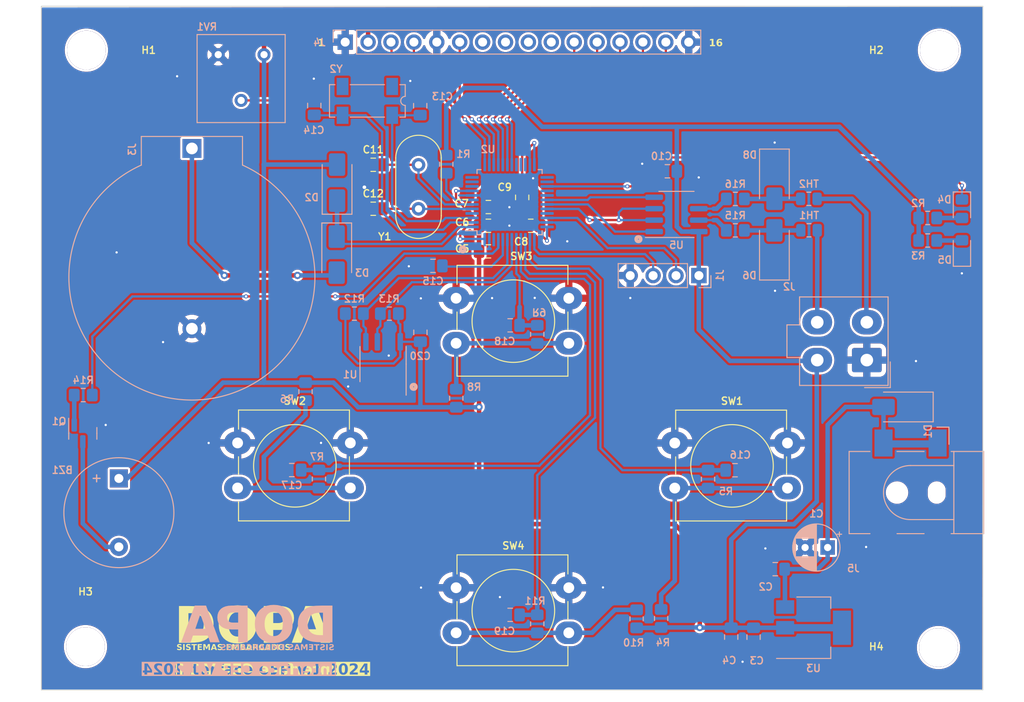
<source format=kicad_pcb>
(kicad_pcb (version 20221018) (generator pcbnew)
  (layers (0 "F.Cu" signal) (31 "B.Cu" signal) (34 "B.Paste" user) (35 "F.Paste" user) (36 "B.SilkS" user "B.Silkscreen") (37 "F.SilkS" user "F.Silkscreen") (38 "B.Mask" user) (39 "F.Mask" user) (44 "Edge.Cuts" user))
  (net 0 "")
  (net 1 "VDD")
  (net 2 "Net-(BZ1-+)")
  (net 3 "Net-(D1-A2)")
  (net 4 "GND")
  (net 5 "OSC1")
  (net 6 "OSC2")
  (net 7 "RTC1")
  (net 8 "RTC2")
  (net 9 "Net-(U2-BOOT0)")
  (net 10 "TCF")
  (net 11 "TVL")
  (net 12 "TCM")
  (net 13 "TBX")
  (net 14 "VBAT")
  (net 15 "Net-(D3-A)")
  (net 16 "/Mcu/LED_ON")
  (net 17 "Net-(D4-A)")
  (net 18 "Net-(D5-A)")
  (net 19 "Net-(D6-A2)")
  (net 20 "Net-(D8-A2)")
  (net 21 "/Mcu/SWDIO")
  (net 22 "/Mcu/SWCLK")
  (net 23 "Net-(J2-Pin_2)")
  (net 24 "Net-(J2-Pin_4)")
  (net 25 "/Mcu/V0")
  (net 26 "/Mcu/RS")
  (net 27 "/Mcu/EN")
  (net 32 "/Mcu/D4")
  (net 33 "/Mcu/D5")
  (net 34 "/Mcu/D6")
  (net 35 "/Mcu/D7")
  (net 36 "/Mcu/BLT")
  (net 37 "Net-(Q1-B)")
  (net 38 "/Mcu/NRST")
  (net 39 "Net-(R4-Pad2)")
  (net 40 "Net-(R6-Pad2)")
  (net 41 "Net-(R8-Pad2)")
  (net 42 "Net-(R10-Pad2)")
  (net 43 "SDA")
  (net 44 "SCL")
  (net 45 "/Mcu/BZ1")
  (net 46 "Net-(U5-B)")
  (net 47 "Net-(U5-A)")
  (net 59 "TX")
  (net 60 "RX")
  (net 61 "RSIO")
  (footprint "Capacitor_SMD:C_0805_2012Metric_Pad1.18x1.45mm_HandSolder" (layer "F.Cu") (at 150.03 83.142111 90)
    (fp_text reference "C9")
    (fp_text value "100nF")
  )
  (footprint "Capacitor_SMD:C_0805_2012Metric_Pad1.18x1.45mm_HandSolder" (layer "F.Cu") (at 133.51 79.522111)
    (fp_text reference "C11")
    (fp_text value "12pF")
  )
  (footprint "Capacitor_SMD:C_0805_2012Metric_Pad1.18x1.45mm_HandSolder" (layer "F.Cu") (at 146.28 86.292111 180)
    (fp_text reference "C6")
    (fp_text value "100nF")
  )
  (footprint "Capacitor_SMD:C_0805_2012Metric_Pad1.18x1.45mm_HandSolder" (layer "F.Cu") (at 146.28 89.132111 180)
    (fp_text reference "C5")
    (fp_text value "10uF")
  )
  (footprint "MountingHole:MountingHole_4.3mm_M4" (layer "F.Cu") (at 196.2 133)
    (fp_text reference "H4")
    (fp_text value "MountingHole_4.3mm_M4")
  )
  (footprint "Button_Switch_THT:SW_PUSH-12mm_Wuerth-430476085716" (layer "F.Cu") (at 142.7 126.462111)
    (fp_text reference "SW4")
    (fp_text value "TBX")
  )
  (footprint "MountingHole:MountingHole_4.3mm_M4" (layer "F.Cu") (at 101.6 133)
    (fp_text reference "H3")
    (fp_text value "MountingHole_4.3mm_M4")
  )
  (footprint "Button_Switch_THT:SW_PUSH-12mm_Wuerth-430476085716" (layer "F.Cu") (at 166.95 110.402111)
    (fp_text reference "SW1")
    (fp_text value "TCF")
  )
  (footprint "Capacitor_SMD:C_0805_2012Metric_Pad1.18x1.45mm_HandSolder" (layer "F.Cu") (at 146.28 84.212111 180)
    (fp_text reference "C7")
    (fp_text value "100nF")
  )
  (footprint "MountingHole:MountingHole_4.3mm_M4" (layer "F.Cu") (at 196.2 66.8)
    (fp_text reference "H2")
    (fp_text value "MountingHole_4.3mm_M4")
  )
  (footprint "Button_Switch_THT:SW_PUSH-12mm_Wuerth-430476085716" (layer "F.Cu") (at 118.47 110.392111)
    (fp_text reference "SW2")
    (fp_text value "TVL")
  )
  (footprint "Capacitor_SMD:C_0805_2012Metric_Pad1.18x1.45mm_HandSolder" (layer "F.Cu") (at 150.98 86.292111)
    (fp_text reference "C8")
    (fp_text value "100nF")
  )
  (footprint "MountingHole:MountingHole_4.3mm_M4" (layer "F.Cu") (at 101.6 66.8)
    (fp_text reference "H1")
    (fp_text value "MountingHole_4.3mm_M4")
  )
  (footprint "Crystal:Crystal_HC49-4H_Vertical" (layer "F.Cu") (at 138.53 79.532111 -90)
    (fp_text reference "Y1")
    (fp_text value "25Mhz")
  )
  (footprint "Button_Switch_THT:SW_PUSH-12mm_Wuerth-430476085716" (layer "F.Cu") (at 142.7 94.332111)
    (fp_text reference "SW3")
    (fp_text value "TCM")
  )
  (footprint "Capacitor_SMD:C_0805_2012Metric_Pad1.18x1.45mm_HandSolder" (layer "F.Cu") (at 133.51 84.402111)
    (fp_text reference "C12")
    (fp_text value "12pF")
  )
  (footprint "Resistor_SMD:R_0805_2012Metric_Pad1.20x1.40mm_HandSolder" (layer "B.Cu") (at 141.61 79.462111 90)
    (fp_text reference "R1")
    (fp_text value "10k")
  )
  (footprint "Resistor_SMD:R_0805_2012Metric_Pad1.20x1.40mm_HandSolder" (layer "B.Cu") (at 101.35 105.082111 180)
    (fp_text reference "R14")
    (fp_text value "470R")
  )
  (footprint "Package_TO_SOT_SMD:SOT-23" (layer "B.Cu") (at 101.3 109.332111 -90)
    (fp_text reference "Q1")
    (fp_text value "BC817")
  )
  (footprint "Crystal:Crystal_SMD_SeikoEpson_MC306-4Pin_8.0x3.2mm" (layer "B.Cu") (at 132.86 72.432111 180)
    (fp_text reference "Y2")
    (fp_text value "32khz")
  )
  (footprint "Resistor_SMD:R_0805_2012Metric_Pad1.20x1.40mm_HandSolder" (layer "B.Cu") (at 195 87.925)
    (fp_text reference "R3")
    (fp_text value "470R")
  )
  (footprint "Resistor_SMD:R_0805_2012Metric_Pad1.20x1.40mm_HandSolder" (layer "B.Cu") (at 135.3 96.042111)
    (fp_text reference "R13")
    (fp_text value "4k7")
  )
  (footprint "Diode_SMD:D_SMA" (layer "B.Cu") (at 178 81.292111 -90)
    (fp_text reference "D8")
    (fp_text value "SMAJ6.0CA")
  )
  (footprint "Resistor_SMD:R_0805_2012Metric_Pad1.20x1.40mm_HandSolder" (layer "B.Cu") (at 165.44 129.872111 90)
    (fp_text reference "R4")
    (fp_text value "10k")
  )
  (footprint "Capacitor_SMD:C_0805_2012Metric_Pad1.18x1.45mm_HandSolder" (layer "B.Cu") (at 173.63 113.422111 180)
    (fp_text reference "C16")
    (fp_text value "100nF")
  )
  (footprint "Package_QFP:LQFP-48_7x7mm_P0.5mm" (layer "B.Cu") (at 148.63 83.670388)
    (fp_text reference "U2")
    (fp_text value "STM32F103C8Tx")
  )
  (footprint "Capacitor_SMD:C_0805_2012Metric_Pad1.18x1.45mm_HandSolder" (layer "B.Cu") (at 126.97 72.952111 -90)
    (fp_text reference "C14")
    (fp_text value "4.3pF")
  )
  (footprint "Resistor_SMD:R_0805_2012Metric" (layer "B.Cu") (at 181.84 86.792111 180)
    (fp_text reference "TH1")
    (fp_text value "Thermistor_PTC")
  )
  (footprint "Capacitor_SMD:C_0805_2012Metric_Pad1.18x1.45mm_HandSolder" (layer "B.Cu") (at 148.7 129.472111)
    (fp_text reference "C19")
    (fp_text value "100nF")
  )
  (footprint "Potentiometer_THT:Potentiometer_Bourns_3386F_Vertical" (layer "B.Cu") (at 121.4 67.3 -90)
    (fp_text reference "RV1")
    (fp_text value "R_Potentiometer")
  )
  (footprint "Diode_SMD:D_SMA" (layer "B.Cu") (at 178 88.802111 90)
    (fp_text reference "D6")
    (fp_text value "SMAJ6.0CA")
  )
  (footprint "Connector_PinHeader_2.54mm:PinHeader_1x16_P2.54mm_Vertical" (layer "B.Cu") (at 130.4 65.907888 -90)
    (fp_text reference "J4")
    (fp_text value "Conn_01x16")
  )
  (footprint "Capacitor_SMD:C_0805_2012Metric_Pad1.18x1.45mm_HandSolder" (layer "B.Cu") (at 124.48 113.402111)
    (fp_text reference "C17")
    (fp_text value "100nF")
  )
  (footprint "Resistor_SMD:R_0805_2012Metric_Pad1.20x1.40mm_HandSolder" (layer "B.Cu") (at 173.67 83.312111 180)
    (fp_text reference "R16")
    (fp_text value "10R")
  )
  (footprint "Resistor_SMD:R_0805_2012Metric_Pad1.20x1.40mm_HandSolder" (layer "B.Cu") (at 173.67 86.802111 180)
    (fp_text reference "R15")
    (fp_text value "10R")
  )
  (footprint "Package_TO_SOT_SMD:SOT-223-3_TabPin2" (layer "B.Cu") (at 182.34 130.902111)
    (fp_text reference "U3")
    (fp_text value "LM1117MP-3.3")
  )
  (footprint "Capacitor_THT:CP_Radial_D5.0mm_P2.50mm" (layer "B.Cu") (at 183.905113 122 180)
    (fp_text reference "C1")
    (fp_text value "220x16")
  )
  (footprint "Diode_SMD:D_SMA" (layer "B.Cu") (at 192.1 106.4 180)
    (fp_text reference "D1")
    (fp_text value "SMAJ6.5CA")
  )
  (footprint "Connector_PinHeader_2.54mm:PinHeader_1x04_P2.54mm_Vertical" (layer "B.Cu") (at 169.63 91.822111 90)
    (fp_text reference "J1")
    (fp_text value "GRAV")
  )
  (footprint "Resistor_SMD:R_0805_2012Metric_Pad1.20x1.40mm_HandSolder" (layer "B.Cu") (at 195 85.425)
    (fp_text reference "R2")
    (fp_text value "470R")
  )
  (footprint "Diode_SMD:D_SMA" (layer "B.Cu") (at 129.5 81.499611 90)
    (fp_text reference "D2")
    (fp_text value "US1M")
  )
  (footprint "Battery:BatteryHolder_ComfortableElectronic_CH273-2450_1x2450" (layer "B.Cu") (at 113.4 77.710914 -90)
    (fp_text reference "J3")
    (fp_text value "CR2032")
  )
  (footprint "Connector_BarrelJack:BarrelJack_CLIFF_FC681465S_SMT_Horizontal" (layer "B.Cu") (at 193.1 115.9 180)
    (fp_text reference "J5")
    (fp_text value "Barrel_Jack_Switch_Pin3Ring")
  )
  (footprint "Diode_SMD:D_SMA" (layer "B.Cu") (at 129.46 89.492111 -90)
    (fp_text reference "D3")
    (fp_text value "US1M")
  )
  (footprint "Resistor_SMD:R_0805_2012Metric_Pad1.20x1.40mm_HandSolder" (layer "B.Cu") (at 127.49 114.392111 90)
    (fp_text reference "R7")
    (fp_text value "330r")
  )
  (footprint "Connector_Molex:Molex_Mini-Fit_Jr_5566-04A_2x02_P4.20mm_Vertical" (layer "B.Cu") (at 188.25 101.2 90)
    (fp_text reference "J2")
    (fp_text value "Conn_02x02_Odd_Even")
  )
  (footprint "Resistor_SMD:R_0805_2012Metric_Pad1.20x1.40mm_HandSolder" (layer "B.Cu") (at 142.72 105.432111 90)
    (fp_text reference "R8")
    (fp_text value "10k")
  )
  (footprint "Package_SO:SOIC-8_3.9x4.9mm_P1.27mm" (layer "B.Cu") (at 167.14 85.032111)
    (fp_text reference "U5")
    (fp_text value "SN75176AD")
  )
  (footprint "Buzzer_Beeper:Buzzer_12x9.5RM7.6" (layer "B.Cu") (at 105.3 114.332111 -90)
    (fp_text reference "BZ1")
    (fp_text value "Buzzer")
  )
  (footprint "Capacitor_SMD:C_0805_2012Metric_Pad1.18x1.45mm_HandSolder" (layer "B.Cu") (at 138.74 98.122111 -90)
    (fp_text reference "C20")
    (fp_text value "100nF")
  )
  (footprint "Resistor_SMD:R_0805_2012Metric_Pad1.20x1.40mm_HandSolder" (layer "B.Cu") (at 126 104.7 -90)
    (fp_text reference "R6")
    (fp_text value "10k")
  )
  (footprint "Capacitor_SMD:C_0805_2012Metric_Pad1.18x1.45mm_HandSolder" (layer "B.Cu") (at 178.1 124.4)
    (fp_text reference "C2")
    (fp_text value "100nF")
  )
  (footprint "Capacitor_SMD:C_0805_2012Metric_Pad1.18x1.45mm_HandSolder" (layer "B.Cu") (at 173.21 131.932111 90)
    (fp_text reference "C4")
    (fp_text value "100nF")
  )
  (footprint "Capacitor_SMD:C_0805_2012Metric_Pad1.18x1.45mm_HandSolder" (layer "B.Cu") (at 138.72 72.972111 -90)
    (fp_text reference "C13")
    (fp_text value "4.3pF")
  )
  (footprint "Resistor_SMD:R_0805_2012Metric_Pad1.20x1.40mm_HandSolder" (layer "B.Cu") (at 170.64 114.412111 90)
    (fp_text reference "R5")
    (fp_text value "330r")
  )
  (footprint "Capacitor_SMD:C_0805_2012Metric_Pad1.18x1.45mm_HandSolder" (layer "B.Cu") (at 175.69 131.942111 90)
    (fp_text reference "C3")
    (fp_text value "10uF")
  )
  (footprint "LED_SMD:LED_0805_2012Metric_Pad1.15x1.40mm_HandSolder" (layer "B.Cu") (at 198.8 84.4 -90)
    (fp_text reference "D4")
    (fp_text value "LED")
  )
  (footprint "Resistor_SMD:R_0805_2012Metric" (layer "B.Cu") (at 181.82 83.302111 180)
    (fp_text reference "TH2")
    (fp_text value "Thermistor_PTC")
  )
  (footprint "Resistor_SMD:R_0805_2012Metric_Pad1.20x1.40mm_HandSolder" (layer "B.Cu") (at 131.42 96.042111 180)
    (fp_text reference "R12")
    (fp_text value "4k7")
  )
  (footprint "Resistor_SMD:R_0805_2012Metric_Pad1.20x1.40mm_HandSolder" (layer "B.Cu") (at 162.72 129.912111 90)
    (fp_text reference "R10")
    (fp_text value "10k")
  )
  (footprint "Resistor_SMD:R_0805_2012Metric_Pad1.20x1.40mm_HandSolder" (layer "B.Cu") (at 151.7 98.342111 90)
    (fp_text reference "R9")
    (fp_text value "330r")
  )
  (footprint "Package_SO:SOIC-8_3.9x4.9mm_P1.27mm" (layer "B.Cu") (at 134.6 101.642111 90)
    (fp_text reference "U1")
    (fp_text value "24LC64")
  )
  (footprint "Capacitor_SMD:C_0805_2012Metric_Pad1.18x1.45mm_HandSolder" (layer "B.Cu") (at 148.7 97.342111)
    (fp_text reference "C18")
    (fp_text value "100nF")
  )
  (footprint "LED_SMD:LED_0805_2012Metric_Pad1.15x1.40mm_HandSolder" (layer "B.Cu") (at 198.8 88.925 90)
    (fp_text reference "D5")
    (fp_text value "LED")
  )
  (footprint "Capacitor_SMD:C_0805_2012Metric_Pad1.18x1.45mm_HandSolder" (layer "B.Cu") (at 140.14 90.742111)
    (fp_text reference "C15")
    (fp_text value "100nF")
  )
  (footprint "Capacitor_SMD:C_0805_2012Metric_Pad1.18x1.45mm_HandSolder" (layer "B.Cu") (at 166.14 80.242111)
    (fp_text reference "C10")
    (fp_text value "100nF")
  )
  (footprint "Resistor_SMD:R_0805_2012Metric_Pad1.20x1.40mm_HandSolder" (layer "B.Cu") (at 151.7 130.472111 90)
    (fp_text reference "R11")
    (fp_text value "330r")
  )
  (gr_circle (center 137.99 104.167888) (end 138.24 104.167888) (stroke (width 0.4)) (fill none) (layer "B.SilkS"))
  (gr_circle (center 143.44 88.907888) (end 143.69 88.907888) (stroke (width 0.4)) (fill none) (layer "B.SilkS"))
  (gr_circle (center 162.92 87.777888) (end 163.17 87.777888) (stroke (width 0.4)) (fill none) (layer "B.SilkS"))
  (gr_rect (start 96.7 61.932111) (end 201.12 137.802111) (stroke (width 0.1)) (fill none) (layer "Edge.Cuts"))
  (gr_text "DOPA" (at 129.5 133.2) (layer "B.SilkS") (effects (font (size 4 4) (thickness 0.15) bold) (justify left bottom mirror)))
  (gr_text "Interface CEP V.1 2024" (at 129.4 136.3) (layer "B.SilkS" knockout) (effects (font (size 1.2 1.2) (thickness 0.15) bold italic) (justify left bottom mirror)))
  (gr_text "SISTEMAS EMBARCADOS" (at 129.2 133.5) (layer "B.SilkS") (effects (font (size 0.65 0.65) (thickness 0.125) bold) (justify left bottom mirror)))
  (gr_text "16" (at 170.725 66.5) (layer "F.SilkS") (effects (font (size 0.8 0.8) (thickness 0.15) bold) (justify left bottom)))
  (gr_text "1" (at 127.35 66.5) (layer "F.SilkS") (effects (font (size 0.8 0.8) (thickness 0.15) bold) (justify left bottom)))
  (gr_text "DOPA" (at 111.45 133.25) (layer "F.SilkS") (effects (font (size 4 4) (thickness 0.15) bold) (justify left bottom)))
  (gr_text "SISTEMAS EMBARCADOS" (at 111.69 133.49) (layer "F.SilkS") (effects (font (size 0.65 0.65) (thickness 0.125) bold) (justify left bottom)))
  (gr_text "Interface CEP V.1 2024" (at 111.6 136.3) (layer "F.SilkS" knockout) (effects (font (size 1.2 1.2) (thickness 0.15) bold italic) (justify left bottom)))
  (segment (start 145.2425 82.689611) (end 145.8275 82.104611) (width 0.5) (layer "F.Cu") (net 1))
  (segment (start 151.32 77.122111) (end 151.35 77.122111) (width 0.25) (layer "F.Cu") (net 1))
  (segment (start 121.4 67.285) (end 121.4 66.147888) (width 0.5) (layer "F.Cu") (net 1))
  (segment (start 145.25 116.9) (end 147.75 119.4) (width 0.5) (layer "F.Cu") (net 1))
  (segment (start 152.0175 86.292111) (end 152.0175 87.189611) (width 0.25) (layer "F.Cu") (net 1))
  (segment (start 143.97 86.292111) (end 143.16 87.102111) (width 0.25) (layer "F.Cu") (net 1))
  (segment (start 121.4 66.147888) (end 124.44 63.107888) (width 0.5) (layer "F.Cu") (net 1))
  (segment (start 150.03 82.104611) (end 150.03 78.412111) (width 0.25) (layer "F.Cu") (net 1))
  (segment (start 147.75 119.4) (end 166.925 119.4) (width 0.5) (layer "F.Cu") (net 1))
  (segment (start 124.44 63.107888) (end 132.04 63.107888) (width 0.5) (layer "F.Cu") (net 1))
  (segment (start 145.25 106.412111) (end 145.25 116.9) (width 0.5) (layer "F.Cu") (net 1))
  (segment (start 169.725 130.877111) (end 169.72 130.882111) (width 0.5) (layer "F.Cu") (net 1))
  (segment (start 169.725 122.2) (end 169.725 130.877111) (width 0.5) (layer "F.Cu") (net 1))
  (segment (start 143.56 84.212111) (end 142.69 83.342111) (width 0.25) (layer "F.Cu") (net 1))
  (segment (start 145.2425 86.292111) (end 145.2425 84.212111) (width 0.5) (layer "F.Cu") (net 1))
  (segment (start 150.03 78.412111) (end 151.32 77.122111) (width 0.25) (layer "F.Cu") (net 1))
  (segment (start 145.2425 106.404611) (end 145.2425 86.292111) (width 0.5) (layer "F.Cu") (net 1))
  (segment (start 142.69 83.342111) (end 142.69 82.422111) (width 0.25) (layer "F.Cu") (net 1))
  (segment (start 151.3525 82.104611) (end 152.0175 82.769611) (width 0.5) (layer "F.Cu") (net 1))
  (segment (start 166.925 119.4) (end 169.725 122.2) (width 0.5) (layer "F.Cu") (net 1))
  (segment (start 145.8275 82.104611) (end 150.03 82.104611) (width 0.5) (layer "F.Cu") (net 1))
  (segment (start 145.2425 84.212111) (end 145.2425 82.689611) (width 0.5) (layer "F.Cu") (net 1))
  (segment (start 132.94 64.007888) (end 132.94 65.907888) (width 0.5) (layer "F.Cu") (net 1))
  (segment (start 145.2425 106.404611) (end 145.25 106.412111) (width 0.5) (layer "F.Cu") (net 1))
  (segment (start 145.2425 84.212111) (end 143.56 84.212111) (width 0.25) (layer "F.Cu") (net 1))
  (segment (start 150.03 82.104611) (end 151.3525 82.104611) (width 0.5) (layer "F.Cu") (net 1))
  (segment (start 132.04 63.107888) (end 132.94 64.007888) (width 0.5) (layer "F.Cu") (net 1))
  (segment (start 145.2425 86.292111) (end 143.97 86.292111) (width 0.25) (layer "F.Cu") (net 1))
  (segment (start 151.35 77.122111) (end 151.37 77.102111) (width 0.25) (layer "F.Cu") (net 1))
  (segment (start 143.16 87.102111) (end 143.16 87.762111) (width 0.25) (layer "F.Cu") (net 1))
  (segment (start 121.34 67.345) (end 121.4 67.285) (width 0.5) (layer "F.Cu") (net 1))
  (segment (start 152.0175 87.189611) (end 152.78 87.952111) (width 0.25) (layer "F.Cu") (net 1))
  (segment (start 152.0175 82.769611) (end 152.0175 86.292111) (width 0.5) (layer "F.Cu") (net 1))
  (via (at 145.2425 106.404611) (size 0.8) (drill 0.4) (layers "F.Cu" "B.Cu") (net 1))
  (via (at 152.78 87.952111) (size 0.45) (drill 0.25) (layers "F.Cu" "B.Cu") (net 1))
  (via (at 143.16 87.762111) (size 0.45) (drill 0.25) (layers "F.Cu" "B.Cu") (net 1))
  (via (at 151.37 77.102111) (size 0.45) (drill 0.25) (layers "F.Cu" "B.Cu") (net 1))
  (via (at 142.69 82.422111) (size 0.45) (drill 0.25) (layers "F.Cu" "B.Cu") (net 1))
  (via (at 169.72 130.882111) (size 0.8) (drill 0.4) (layers "F.Cu" "B.Cu") (net 1))
  (segment (start 167.249223 75.307888) (end 167.1775 75.379611) (width 0.5) (layer "B.Cu") (net 1))
  (segment (start 173.22 130.904611) (end 173.21 130.894611) (width 0.5) (layer "B.Cu") (net 1))
  (segment (start 143.57 71.002111) (end 141.61 72.962111) (width 0.5) (layer "B.Cu") (net 1))
  (segment (start 142.69 82.422111) (end 144.4675 82.422111) (width 0.25) (layer "B.Cu") (net 1))
  (segment (start 173.21 130.894611) (end 173.21 121.122111) (width 0.5) (layer "B.Cu") (net 1))
  (segment (start 142.72 106.432111) (end 145.29 106.432111) (width 0.5) (layer "B.Cu") (net 1))
  (segment (start 167.73 86.942111) (end 167.735 86.937111) (width 0.5) (layer "B.Cu") (net 1))
  (segment (start 106.215777 114.332111) (end 104.9 114.332111) (width 0.5) (layer "B.Cu") (net 1))
  (segment (start 173.21 130.894611) (end 169.7325 130.894611) (width 0.5) (layer "B.Cu") (net 1))
  (segment (start 167.105777 75.307888) (end 152.24 75.307888) (width 0.5) (layer "B.Cu") (net 1))
  (segment (start 143.17 87.752111) (end 144.85 87.752111) (width 0.25) (layer "B.Cu") (net 1))
  (segment (start 145.2625 106.404611) (end 145.2425 106.404611) (width 0.25) (layer "B.Cu") (net 1))
  (segment (start 152.78 87.952111) (end 152.78 86.434611) (width 0.25) (layer "B.Cu") (net 1))
  (segment (start 136.505 99.167111) (end 138.7325 99.167111) (width 0.25) (layer "B.Cu") (net 1))
  (segment (start 167.1775 80.242111) (end 167.1775 75.379611) (width 0.5) (layer "B.Cu") (net 1))
  (segment (start 129.5 79.499611) (end 121.36 79.499611) (width 0.5) (layer "B.Cu") (net 1))
  (segment (start 138.74 106.412111) (end 138.76 106.432111) (width 0.5) (layer "B.Cu") (net 1))
  (segment (start 167.1775 75.379611) (end 167.105777 75.307888) (width 0.5) (layer "B.Cu") (net 1))
  (segment (start 165.4 130.912111) (end 165.44 130.872111) (width 0.5) (layer "B.Cu") (net 1))
  (segment (start 169.615 97.817111) (end 173.08 101.282111) (width 0.5) (layer "B.Cu") (net 1))
  (segment (start 180.17 119.412111) (end 182.7 116.882111) (width 0.5) (layer "B.Cu") (net 1))
  (segment (start 130.42 100.202111) (end 131.79 101.572111) (width 0.25) (layer "B.Cu") (net 1))
  (segment (start 175.69 130.904611) (end 173.22 130.904611) (width 0.5) (layer "B.Cu") (net 1))
  (segment (start 167.735 86.937111) (end 169.615 86.937111) (width 0.5) (layer "B.Cu") (net 1))
  (segment (start 151.37 79.499611) (end 151.38 79.509611) (width 0.25) (layer "B.Cu") (net 1))
  (segment (start 130.42 96.042111) (end 130.42 100.202111) (width 0.25) (layer "B.Cu") (net 1))
  (segment (start 129.1 103.7) (end 121.4 103.7) (width 0.5) (layer "B.Cu") (net 1))
  (segment (start 174.92 119.412111) (end 180.17 119.412111) (width 0.5) (layer "B.Cu") (net 1))
  (segment (start 142.72 106.432111) (end 138.76 106.432111) (width 0.5) (layer "B.Cu") (net 1))
  (segment (start 179.19 130.902111) (end 175.6925 130.902111) (width 0.5) (layer "B.Cu") (net 1))
  (segment (start 194 84.1) (end 185.207888 75.307888) (width 0.5) (layer "B.Cu") (net 1))
  (segment (start 141.61 72.962111) (end 141.61 78.462111) (width 0.5) (layer "B.Cu") (net 1))
  (segment (start 194 87.925) (end 194 85.425) (width 0.5) (layer "B.Cu") (net 1))
  (segment (start 136.3 96.042111) (end 136.3 97.032111) (width 0.25) (layer "B.Cu") (net 1))
  (segment (start 131.79 101.572111) (end 135.77 101.572111) (width 0.25) (layer "B.Cu") (net 1))
  (segment (start 185.207888 75.307888) (end 167.249223 75.307888) (width 0.5) (layer "B.Cu") (net 1))
  (segment (start 169.71 130.872111) (end 169.72 130.882111) (width 0.5) (layer "B.Cu") (net 1))
  (segment (start 121.38 103.7) (end 116.847888 103.7) (width 0.5) (layer "B.Cu") (net 1))
  (segment (start 121.38 101.907888) (end 121.38 79.519611) (width 0.5) (layer "B.Cu") (net 1))
  (segment (start 136.505 100.837111) (end 136.505 99.167111) (width 0.25) (layer "B.Cu") (net 1))
  (segment (start 152.78 86.434611) (end 152.7925 86.422111) (width 0.25) (layer "B.Cu") (net 1))
  (segment (start 106.215777 114.332111) (end 105.3 114.332111) (width 0.5) (layer "B.Cu") (net 1))
  (segment (start 173.08 101.282111) (end 182.667889 101.282111) (width 0.5) (layer "B.Cu") (net 1))
  (segment (start 136.505 97.237111) (end 136.505 99.167111) (width 0.25) (layer "B.Cu") (net 1))
  (segment (start 194 85.425) (end 194 84.1) (width 0.5) (layer "B.Cu") (net 1))
  (segment (start 145.29 106.432111) (end 145.2625 106.404611) (width 0.25) (layer "B.Cu") (net 1))
  (segment (start 144.85 87.752111) (end 145.7975 87.752111) (width 0.25) (layer "B.Cu") (net 1))
  (segment (start 138.7325 99.167111) (end 138.74 99.159611) (width 0.25) (layer "B.Cu") (net 1))
  (segment (start 182.7 101.25) (end 182.75 101.2) (width 0.5) (layer "B.Cu") (net 1))
  (segment (start 165.44 130.872111) (end 169.71 130.872111) (width 0.5) (layer "B.Cu") (net 1))
  (segment (start 151.37 77.102111) (end 151.37 79.499611) (width 0.25) (layer "B.Cu") (net 1))
  (segment (start 173.21 121.122111) (end 174.92 119.412111) (width 0.5) (layer "B.Cu") (net 1))
  (segment (start 169.615 86.937111) (end 169.615 97.817111) (width 0.5) (layer "B.Cu") (net 1))
  (segment (start 121.38 103.68) (end 121.38 101.907888) (width 0.5) (layer "B.Cu") (net 1))
  (segment (start 138.74 99.159611) (end 138.74 106.412111) (width 0.5) (layer "B.Cu") (net 1))
  (segment (start 116.847888 103.7) (end 106.215777 114.332111) (width 0.5) (layer "B.Cu") (net 1))
  (segment (start 152.24 75.307888) (end 147.934223 71.002111) (width 0.5) (layer "B.Cu") (net 1))
  (segment (start 121.4 103.7) (end 121.38 103.68) (width 0.5) (layer "B.Cu") (net 1))
  (segment (start 121.4 67.3) (end 121.4 79.499611) (width 0.5) (layer "B.Cu") (net 1))
  (segment (start 179.19 130.902111) (end 185.49 130.902111) (width 0.8) (layer "B.Cu") (net 1))
  (segment (start 121.38 101.907888) (end 121.38 103.7) (width 0.5) (layer "B.Cu") (net 1))
  (segment (start 167.1775 80.242111) (end 167.1775 86.389611) (width 0.5) (layer "B.Cu") (net 1))
  (segment (start 145.7975 87.752111) (end 145.88 87.834611) (width 0.25) (layer "B.Cu") (net 1))
  (segment (start 169.7325 130.894611) (end 169.72 130.882111) (width 0.5) (layer "B.Cu") (net 1))
  (segment (start 131.832111 106.432111) (end 129.1 103.7) (width 0.5) (layer "B.Cu") (net 1))
  (segment (start 138.76 106.432111) (end 131.832111 106.432111) (width 0.5) (layer "B.Cu") (net 1))
  (segment (start 135.77 101.572111) (end 136.505 100.837111) (width 0.25) (layer "B.Cu") (net 1))
  (segment (start 136.3 97.032111) (end 136.505 97.237111) (width 0.25) (layer "B.Cu") (net 1))
  (segment (start 121.4 79.499611) (end 121.38 79.519611) (width 0.5) (layer "B.Cu") (net 1))
  (segment (start 147.934223 71.002111) (end 143.57 71.002111) (width 0.5) (layer "B.Cu") (net 1))
  (segment (start 162.72 130.912111) (end 165.4 130.912111) (width 0.5) (layer "B.Cu") (net 1))
  (segment (start 167.1775 86.389611) (end 167.73 86.942111) (width 0.5) (layer "B.Cu") (net 1))
  (segment (start 175.6925 130.902111) (end 175.69 130.904611) (width 0.5) (layer "B.Cu") (net 1))
  (segment (start 121.38 79.519611) (end 121.36 79.499611) (width 0.5) (layer "B.Cu") (net 1))
  (segment (start 182.7 116.882111) (end 182.7 101.25) (width 0.5) (layer "B.Cu") (net 1))
  (segment (start 182.667889 101.282111) (end 182.75 101.2) (width 0.5) (layer "B.Cu") (net 1))
  (segment (start 103.9 121.932111) (end 105.3 121.932111) (width 0.5) (layer "B.Cu") (net 2))
  (segment (start 101.3 119.332111) (end 103.9 121.932111) (width 0.5) (layer "B.Cu") (net 2))
  (segment (start 101.3 110.269611) (end 101.3 119.332111) (width 0.5) (layer "B.Cu") (net 2))
  (segment (start 190.202111 110.502111) (end 190.1 110.4) (width 0.8) (layer "B.Cu") (net 3))
  (segment (start 179.17 128.582111) (end 179.19 128.602111) (width 0.5) (layer "B.Cu") (net 3))
  (segment (start 183.905113 111.226998) (end 183.905113 111.4) (width 0.5) (layer "B.Cu") (net 3))
  (segment (start 190.1 110.4) (end 190.1 106.4) (width 0.5) (layer "B.Cu") (net 3))
  (segment (start 182.8 124.4) (end 179.1375 124.4) (width 0.5) (layer "B.Cu") (net 3))
  (segment (start 196.1 110.4) (end 195.997889 110.502111) (width 0.8) (layer "B.Cu") (net 3))
  (segment (start 183.905113 111.4) (end 183.905113 123.294887) (width 0.5) (layer "B.Cu") (net 3))
  (segment (start 195.997889 110.502111) (end 190.202111 110.502111) (width 0.8) (layer "B.Cu") (net 3))
  (segment (start 183.905113 123.294887) (end 182.8 124.4) (width 0.5) (layer "B.Cu") (net 3))
  (segment (start 183.905113 108.394887) (end 183.905113 111.4) (width 0.5) (layer "B.Cu") (net 3))
  (segment (start 179.17 124.309611) (end 179.17 128.582111) (width 0.5) (layer "B.Cu") (net 3))
  (segment (start 190.1 106.4) (end 185.9 106.4) (width 0.5) (layer "B.Cu") (net 3))
  (segment (start 185.9 106.4) (end 183.905113 108.394887) (width 0.5) (layer "B.Cu") (net 3))
  (via (at 111.76 69.697888) (size 0.45) (drill 0.25) (layers "F.Cu" "B.Cu") (net 4))
  (via (at 130.73 104.127888) (size 0.45) (drill 0.25) (layers "F.Cu" "B.Cu") (net 4))
  (via (at 158.99 126.427888) (size 0.45) (drill 0.25) (layers "F.Cu" "B.Cu") (net 4))
  (via (at 177 122.1) (size 0.45) (drill 0.25) (layers "F.Cu" "B.Cu") (net 4))
  (via (at 138.79 94.347888) (size 0.45) (drill 0.25) (layers "F.Cu" "B.Cu") (net 4))
  (via (at 135.23 100.697888) (size 0.45) (drill 0.25) (layers "F.Cu" "B.Cu") (net 4))
  (via (at 198.79 91.570777) (size 0.45) (drill 0.25) (layers "F.Cu" "B.Cu") (net 4))
  (via (at 151.24 81.017888) (size 0.45) (drill 0.25) (layers "F.Cu" "B.Cu") (net 4))
  (via (at 174.47 134.677888) (size 0.45) (drill 0.25) (layers "F.Cu" "B.Cu") (net 4))
  (via (at 105.05 89.247888) (size 0.45) (drill 0.25) (layers "F.Cu" "B.Cu") (net 4))
  (via (at 193.7 101.307888) (size 0.45) (drill 0.25) (layers "F.Cu" "B.Cu") (net 4))
  (via (at 163.34 79.407888) (size 0.45) (drill 0.25) (layers "F.Cu" "B.Cu") (net 4))
  (via (at 137.62 70.217888) (size 0.45) (drill 0.25) (layers "F.Cu" "B.Cu") (net 4))
  (via (at 132.53 82.017888) (size 0.8) (drill 0.4) (layers "F.Cu" "B.Cu") (net 4))
  (via (at 138.81 126.447888) (size 0.45) (drill 0.25) (layers "F.Cu" "B.Cu") (net 4))
  (via (at 146.69 94.317888) (size 0.45) (drill 0.25) (layers "F.Cu" "B.Cu") (net 4))
  (via (at 115.26 110.397888) (size 0.45) (drill 0.25) (layers "F.Cu" "B.Cu") (net 4))
  (via (at 147.56 127.497888) (size 0.45) (drill 0.25) (layers "F.Cu" "B.Cu") (net 4))
  (via (at 169.61 80.927888) (size 0.45) (drill 0.25) (layers "F.Cu" "B.Cu") (net 4))
  (via (at 137.46 90.787888) (size 0.45) (drill 0.25) (layers "F.Cu" "B.Cu") (net 4))
  (via (at 103.84 108.397888) (size 0.45) (drill 0.25) (layers "F.Cu" "B.Cu") (net 4))
  (via (at 148.61 84.227888) (size 0.45) (drill 0.25) (layers "F.Cu" "B.Cu") (net 4))
  (via (at 162.02 94.307888) (size 0.45) (drill 0.25) (layers "F.Cu" "B.Cu") (net 4))
  (via (at 151.42 94.297888) (size 0.45) (drill 0.25) (layers "F.Cu" "B.Cu") (net 4))
  (via (at 178.03 77.057888) (size 0.45) (drill 0.25) (layers "F.Cu" "B.Cu") (net 4))
  (via (at 110.2 99.2) (size 0.45) (drill 0.25) (layers "F.Cu" "B.Cu") (net 4))
  (via (at 188.17 121.937888) (size 0.45) (drill 0.25) (layers "F.Cu" "B.Cu") (net 4))
  (via (at 126.92 69.967888) (size 0.45) (drill 0.25) (layers "F.Cu" "B.Cu") (net 4))
  (via (at 148.61 86.277888) (size 0.45) (drill 0.25) (layers "F.Cu" "B.Cu") (net 4))
  (via (at 127.72 110.387888) (size 0.45) (drill 0.25) (layers "F.Cu" "B.Cu") (net 4))
  (via (at 155.03 88.017888) (size 0.45) (drill 0.25) (layers "F.Cu" "B.Cu") (net 4))
  (via (at 178.07 93.507888) (size 0.45) (drill 0.25) (layers "F.Cu" "B.Cu") (net 4))
  (segment (start 134.5475 79.522111) (end 138.52 79.522111) (width 0.25) (layer "F.Cu") (net 5))
  (segment (start 138.52 79.522111) (end 138.53 79.532111) (width 0.25) (layer "F.Cu") (net 5))
  (segment (start 141.45 83.922111) (end 138.53 81.002111) (width 0.25) (layer "B.Cu") (net 5))
  (segment (start 144.4675 83.922111) (end 141.45 83.922111) (width 0.25) (layer "B.Cu") (net 5))
  (segment (start 138.53 81.002111) (end 138.53 79.532111) (width 0.25) (layer "B.Cu") (net 5))
  (segment (start 134.5475 84.402111) (end 138.52 84.402111) (width 0.25) (layer "F.Cu") (net 6))
  (segment (start 138.52 84.402111) (end 138.53 84.412111) (width 0.25) (layer "F.Cu") (net 6))
  (segment (start 138.54 84.422111) (end 138.53 84.412111) (width 0.25) (layer "B.Cu") (net 6))
  (segment (start 144.4675 84.422111) (end 138.54 84.422111) (width 0.25) (layer "B.Cu") (net 6))
  (segment (start 135.61 74.032111) (end 138.3725 74.032111) (width 0.25) (layer "B.Cu") (net 7))
  (segment (start 135.61 74.032111) (end 135.61 84.152111) (width 0.25) (layer "B.Cu") (net 7))
  (segment (start 141.53 85.422111) (end 144.4675 85.422111) (width 0.25) (layer "B.Cu") (net 7))
  (segment (start 137.23 85.772111) (end 141.18 85.772111) (width 0.25) (layer "B.Cu") (net 7))
  (segment (start 135.61 84.152111) (end 137.23 85.772111) (width 0.25) (layer "B.Cu") (net 7))
  (segment (start 141.18 85.772111) (end 141.53 85.422111) (width 0.25) (layer "B.Cu") (net 7))
  (segment (start 138.3725 74.032111) (end 138.4025 74.002111) (width 0.25) (layer "B.Cu") (net 7))
  (segment (start 130.11 74.032111) (end 132.67 74.032111) (width 0.25) (layer "B.Cu") (net 8))
  (segment (start 134.49 75.852111) (end 134.49 84.792111) (width 0.25) (layer "B.Cu") (net 8))
  (segment (start 141.27 86.732111) (end 142.08 85.922111) (width 0.25) (layer "B.Cu") (net 8))
  (segment (start 144.4675 85.922111) (end 142.08 85.922111) (width 0.25) (layer "B.Cu") (net 8))
  (segment (start 134.49 84.792111) (end 136.43 86.732111) (width 0.25) (layer "B.Cu") (net 8))
  (segment (start 132.67 74.032111) (end 134.49 75.852111) (width 0.25) (layer "B.Cu") (net 8))
  (segment (start 127.3375 74.032111) (end 130.11 74.032111) (width 0.25) (layer "B.Cu") (net 8))
  (segment (start 136.43 86.732111) (end 141.27 86.732111) (width 0.25) (layer "B.Cu") (net 8))
  (segment (start 141.4175 90.822111) (end 141.4175 90.232111) (width 0.25) (layer "B.Cu") (net 9))
  (segment (start 147.88 87.834611) (end 147.88 89.552111) (width 0.25) (layer "B.Cu") (net 9))
  (segment (start 146.61 90.822111) (end 141.4175 90.822111) (width 0.25) (layer "B.Cu") (net 9))
  (segment (start 147.88 89.552111) (end 146.61 90.822111) (width 0.25) (layer "B.Cu") (net 9))
  (segment (start 170.65 113.422111) (end 170.64 113.412111) (width 0.5) (layer "B.Cu") (net 10))
  (segment (start 158.71 92.352111) (end 158.71 110.982111) (width 0.25) (layer "B.Cu") (net 10))
  (segment (start 172.5925 113.422111) (end 170.65 113.422111) (width 0.5) (layer "B.Cu") (net 10))
  (segment (start 170.64 113.412111) (end 168.84 113.412111) (width 0.5) (layer "B.Cu") (net 10))
  (segment (start 150.88 87.834611) (end 150.88 90.232111) (width 0.25) (layer "B.Cu") (net 10))
  (segment (start 151.7 91.052111) (end 157.41 91.052111) (width 0.25) (layer "B.Cu") (net 10))
  (segment (start 161.14 113.412111) (end 168.84 113.412111) (width 0.25) (layer "B.Cu") (net 10))
  (segment (start 157.41 91.052111) (end 158.71 92.352111) (width 0.25) (layer "B.Cu") (net 10))
  (segment (start 150.88 90.232111) (end 151.7 91.052111) (width 0.25) (layer "B.Cu") (net 10))
  (segment (start 158.71 110.982111) (end 161.14 113.412111) (width 0.25) (layer "B.Cu") (net 10))
  (segment (start 156.88 92.182111) (end 150.69 92.182111) (width 0.25) (layer "B.Cu") (net 11))
  (segment (start 127.49 113.392111) (end 128.88 113.392111) (width 0.5) (layer "B.Cu") (net 11))
  (segment (start 128.88 113.392111) (end 129.34 112.932111) (width 0.5) (layer "B.Cu") (net 11))
  (segment (start 127.48 113.402111) (end 127.49 113.392111) (width 0.5) (layer "B.Cu") (net 11))
  (segment (start 151.94 112.932111) (end 157.55 107.322111) (width 0.25) (layer "B.Cu") (net 11))
  (segment (start 125.5175 113.402111) (end 127.48 113.402111) (width 0.5) (layer "B.Cu") (net 11))
  (segment (start 157.55 107.322111) (end 157.55 92.852111) (width 0.25) (layer "B.Cu") (net 11))
  (segment (start 129.84 112.932111) (end 151.94 112.932111) (width 0.25) (layer "B.Cu") (net 11))
  (segment (start 129.34 112.932111) (end 129.84 112.932111) (width 0.5) (layer "B.Cu") (net 11))
  (segment (start 149.88 91.372111) (end 149.88 87.834611) (width 0.25) (layer "B.Cu") (net 11))
  (segment (start 150.69 92.182111) (end 149.88 91.372111) (width 0.25) (layer "B.Cu") (net 11))
  (segment (start 157.55 92.852111) (end 156.88 92.182111) (width 0.25) (layer "B.Cu") (net 11))
  (segment (start 149.74 97.247809) (end 149.645698 97.342111) (width 0.25) (layer "B.Cu") (net 12))
  (segment (start 149.38 87.832888) (end 149.38 91.600309) (width 0.25) (layer "B.Cu") (net 12))
  (segment (start 149.74 95.307888) (end 149.74 97.247809) (width 0.25) (layer "B.Cu") (net 12))
  (segment (start 149.7375 95.310388) (end 149.74 95.307888) (width 0.5) (layer "B.Cu") (net 12))
  (segment (start 149.73 97.334611) (end 149.7375 97.342111) (width 0.25) (layer "B.Cu") (net 12))
  (segment (start 149.7375 97.342111) (end 149.7375 95.310388) (width 0.5) (layer "B.Cu") (net 12))
  (segment (start 149.38 91.600309) (end 149.74 91.960309) (width 0.25) (layer "B.Cu") (net 12))
  (segment (start 151.7 97.342111) (end 149.7375 97.342111) (width 0.5) (layer "B.Cu") (net 12))
  (segment (start 149.74 91.960309) (end 149.74 95.307888) (width 0.25) (layer "B.Cu") (net 12))
  (segment (start 150.38 87.834611) (end 150.38 91.122111) (width 0.25) (layer "B.Cu") (net 13))
  (segment (start 150.38 91.122111) (end 150.88 91.622111) (width 0.25) (layer "B.Cu") (net 13))
  (segment (start 157.14 91.622111) (end 158.11 92.592111) (width 0.25) (layer "B.Cu") (net 13))
  (segment (start 149.7375 129.472111) (end 151.7 129.472111) (width 0.5) (layer "B.Cu") (net 13))
  (segment (start 150.88 91.622111) (end 157.14 91.622111) (width 0.25) (layer "B.Cu") (net 13))
  (segment (start 158.11 107.582111) (end 151.7 113.992111) (width 0.25) (layer "B.Cu") (net 13))
  (segment (start 151.7 113.992111) (end 151.7 127.807888) (width 0.25) (layer "B.Cu") (net 13))
  (segment (start 158.11 92.592111) (end 158.11 107.582111) (width 0.25) (layer "B.Cu") (net 13))
  (segment (start 151.7 129.472111) (end 151.7 127.807888) (width 0.5) (layer "B.Cu") (net 13))
  (segment (start 142.98 86.422111) (end 144.4675 86.422111) (width 0.25) (layer "B.Cu") (net 14))
  (segment (start 141.094223 88.307888) (end 141.9 87.502111) (width 0.25) (layer "B.Cu") (net 14))
  (segment (start 129.5 87.452111) (end 129.46 87.492111) (width 0.5) (layer "B.Cu") (net 14))
  (segment (start 129.5 83.499611) (end 129.5 87.452111) (width 0.5) (layer "B.Cu") (net 14))
  (segment (start 130.275777 88.307888) (end 141.094223 88.307888) (width 0.25) (layer "B.Cu") (net 14))
  (segment (start 129.46 87.492111) (end 130.275777 88.307888) (width 0.25) (layer "B.Cu") (net 14))
  (segment (start 141.9 87.502111) (end 142.98 86.422111) (width 0.25) (layer "B.Cu") (net 14))
  (segment (start 117 91.8) (end 125.106976 91.8) (width 0.5) (layer "F.Cu") (net 15))
  (segment (start 125.106976 91.8) (end 125.109087 91.802111) (width 0.5) (layer "F.Cu") (net 15))
  (via (at 117 91.8) (size 0.8) (drill 0.4) (layers "F.Cu" "B.Cu") (net 15))
  (via (at 125.109087 91.802111) (size 0.8) (drill 0.4) (layers "F.Cu" "B.Cu") (net 15))
  (segment (start 129.15 91.802111) (end 129.46 91.492111) (width 0.5) (layer "B.Cu") (net 15))
  (segment (start 113.4 88.2) (end 117 91.8) (width 0.5) (layer "B.Cu") (net 15))
  (segment (start 113.4 77.710914) (end 113.4 88.2) (width 0.5) (layer "B.Cu") (net 15))
  (segment (start 125.109087 91.802111) (end 129.15 91.802111) (width 0.5) (layer "B.Cu") (net 15))
  (segment (start 165.357818 78.707888) (end 195.682888 78.707888) (width 0.25) (layer "F.Cu") (net 16))
  (segment (start 161.69 81.922111) (end 162.143595 81.922111) (width 0.25) (layer "F.Cu") (net 16))
  (segment (start 162.143595 81.922111) (end 165.357818 78.707888) (width 0.25) (layer "F.Cu") (net 16))
  (segment (start 195.682888 78.707888) (end 198.8 81.825) (width 0.25) (layer "F.Cu") (net 16))
  (via (at 161.69 81.922111) (size 0.45) (drill 0.25) (layers "F.Cu" "B.Cu") (net 16))
  (via (at 198.8 81.825) (size 0.45) (drill 0.25) (layers "F.Cu" "B.Cu") (net 16))
  (segment (start 161.7 81.932111) (end 161.69 81.922111) (width 0.25) (layer "B.Cu") (net 16))
  (segment (start 152.7925 81.922111) (end 161.69 81.922111) (width 0.25) (layer "B.Cu") (net 16))
  (segment (start 198.8 81.825) (end 198.8 83.375) (width 0.25) (layer "B.Cu") (net 16))
  (segment (start 196 85.425) (end 198.8 85.425) (width 0.5) (layer "B.Cu") (net 17))
  (segment (start 198.825 87.925) (end 198.8 87.9) (width 0.5) (layer "B.Cu") (net 18))
  (segment (start 196 87.925) (end 198.775 87.925) (width 0.5) (layer "B.Cu") (net 18))
  (segment (start 198.775 87.925) (end 198.8 87.9) (width 0.5) (layer "B.Cu") (net 18))
  (segment (start 178 86.802111) (end 180.9175 86.802111) (width 0.5) (layer "B.Cu") (net 19))
  (segment (start 180.9175 86.802111) (end 180.9275 86.792111) (width 0.5) (layer "B.Cu") (net 19))
  (segment (start 174.67 86.802111) (end 178 86.802111) (width 0.5) (layer "B.Cu") (net 19))
  (segment (start 177.98 83.312111) (end 178 83.292111) (width 0.5) (layer "B.Cu") (net 20))
  (segment (start 174.67 83.312111) (end 177.98 83.312111) (width 0.5) (layer "B.Cu") (net 20))
  (segment (start 178 83.292111) (end 180.8975 83.292111) (width 0.5) (layer "B.Cu") (net 20))
  (segment (start 180.8975 83.292111) (end 180.9075 83.302111) (width 0.5) (layer "B.Cu") (net 20))
  (segment (start 152.7925 85.422111) (end 156.15 85.422111) (width 0.25) (layer "B.Cu") (net 21))
  (segment (start 165.78 88.772111) (end 167.09 90.082111) (width 0.25) (layer "B.Cu") (net 21))
  (segment (start 167.09 90.082111) (end 167.09 91.822111) (width 0.25) (layer "B.Cu") (net 21))
  (segment (start 156.15 85.422111) (end 159.5 88.772111) (width 0.25) (layer "B.Cu") (net 21))
  (segment (start 159.5 88.772111) (end 165.78 88.772111) (width 0.25) (layer "B.Cu") (net 21))
  (segment (start 163.65 89.432111) (end 151.93 89.432111) (width 0.25) (layer "B.Cu") (net 22))
  (segment (start 151.38 88.882111) (end 151.38 87.834611) (width 0.25) (layer "B.Cu") (net 22))
  (segment (start 151.93 89.432111) (end 151.38 88.882111) (width 0.25) (layer "B.Cu") (net 22))
  (segment (start 164.55 90.332111) (end 163.65 89.432111) (width 0.25) (layer "B.Cu") (net 22))
  (segment (start 164.55 91.822111) (end 164.55 90.332111) (width 0.25) (layer "B.Cu") (net 22))
  (segment (start 186.602111 83.302111) (end 188.2 84.9) (width 0.5) (layer "B.Cu") (net 23))
  (segment (start 188.2 84.9) (end 188.2 96.95) (width 0.5) (layer "B.Cu") (net 23))
  (segment (start 188.2 96.95) (end 188.332111 97.082111) (width 0.5) (layer "B.Cu") (net 23))
  (segment (start 182.7325 83.302111) (end 186.602111 83.302111) (width 0.5) (layer "B.Cu") (net 23))
  (segment (start 182.7525 96.9025) (end 182.932111 97.082111) (width 0.5) (layer "B.Cu") (net 24))
  (segment (start 182.7525 86.792111) (end 182.7525 96.9025) (width 0.5) (layer "B.Cu") (net 24))
  (segment (start 122.167888 72.38) (end 125.74 68.807888) (width 0.25) (layer "F.Cu") (net 25))
  (segment (start 134.62 68.807888) (end 135.45 67.977888) (width 0.25) (layer "F.Cu") (net 25))
  (segment (start 135.54 65.967888) (end 135.48 65.907888) (width 0.25) (layer "F.Cu") (net 25))
  (segment (start 135.48 67.947888) (end 135.54 67.887888) (width 0.25) (layer "F.Cu") (net 25))
  (segment (start 125.74 68.807888) (end 134.62 68.807888) (width 0.25) (layer "F.Cu") (net 25))
  (segment (start 135.54 67.887888) (end 135.54 65.967888) (width 0.25) (layer "F.Cu") (net 25))
  (segment (start 118.86 72.38) (end 122.167888 72.38) (width 0.25) (layer "F.Cu") (net 25))
  (segment (start 143.67 74.472111) (end 138.02 68.822111) (width 0.25) (layer "F.Cu") (net 26))
  (segment (start 138.02 68.822111) (end 138.02 65.907888) (width 0.25) (layer "F.Cu") (net 26))
  (via (at 143.67 74.472111) (size 0.45) (drill 0.25) (layers "F.Cu" "B.Cu") (net 26))
  (segment (start 143.67 74.472111) (end 145.88 76.682111) (width 0.25) (layer "B.Cu") (net 26))
  (segment (start 145.88 76.682111) (end 145.88 79.509611) (width 0.25) (layer "B.Cu") (net 26))
  (segment (start 143.1 73.124999) (end 143.1 65.907888) (width 0.25) (layer "F.Cu") (net 27))
  (segment (start 144.438556 74.463555) (end 143.1 73.124999) (width 0.25) (layer "F.Cu") (net 27))
  (segment (start 144.438556 74.463555) (end 144.438556 74.450667) (width 0.25) (layer "F.Cu") (net 27))
  (via (at 144.438556 74.463555) (size 0.45) (drill 0.25) (layers "F.Cu" "B.Cu") (net 27))
  (segment (start 144.438556 74.463555) (end 146.38 76.404999) (width 0.25) (layer "B.Cu") (net 27))
  (segment (start 146.38 76.404999) (end 146.38 79.509611) (width 0.25) (layer "B.Cu") (net 27))
  (segment (start 155.8 67.547888) (end 155.8 65.907888) (width 0.25) (layer "F.Cu") (net 32))
  (segment (start 151.296829 68.407888) (end 154.94 68.407888) (width 0.25) (layer "F.Cu") (net 32))
  (segment (start 145.228415 74.476302) (end 151.296829 68.407888) (width 0.25) (layer "F.Cu") (net 32))
  (segment (start 154.94 68.407888) (end 155.8 67.547888) (width 0.25) (layer "F.Cu") (net 32))
  (via (at 145.228415 74.476302) (size 0.45) (drill 0.25) (layers "F.Cu" "B.Cu") (net 32))
  (segment (start 146.88 76.127887) (end 146.88 79.509611) (width 0.25) (layer "B.Cu") (net 32))
  (segment (start 145.228415 74.476302) (end 146.88 76.127887) (width 0.25) (layer "B.Cu") (net 32))
  (segment (start 158.34 67.507888) (end 158.34 65.907888) (width 0.25) (layer "F.Cu") (net 33))
  (segment (start 156.84 69.007888) (end 158.34 67.507888) (width 0.25) (layer "F.Cu") (net 33))
  (segment (start 151.475789 69.007888) (end 156.84 69.007888) (width 0.25) (layer "F.Cu") (net 33))
  (segment (start 146.006451 74.477226) (end 151.475789 69.007888) (width 0.25) (layer "F.Cu") (net 33))
  (via (at 146.006451 74.477226) (size 0.45) (drill 0.25) (layers "F.Cu" "B.Cu") (net 33))
  (segment (start 147.38 75.850775) (end 147.38 79.509611) (width 0.25) (layer "B.Cu") (net 33))
  (segment (start 146.006451 74.477226) (end 147.38 75.850775) (width 0.25) (layer "B.Cu") (net 33))
  (segment (start 146.786591 74.480255) (end 151.658958 69.607888) (width 0.25) (layer "F.Cu") (net 34))
  (segment (start 160.88 68.067888) (end 160.88 65.907888) (width 0.25) (layer "F.Cu") (net 34))
  (segment (start 159.34 69.607888) (end 160.88 68.067888) (width 0.25) (layer "F.Cu") (net 34))
  (segment (start 151.658958 69.607888) (end 159.34 69.607888) (width 0.25) (layer "F.Cu") (net 34))
  (via (at 146.786591 74.480255) (size 0.45) (drill 0.25) (layers "F.Cu" "B.Cu") (net 34))
  (segment (start 146.786591 74.480255) (end 147.88 75.573664) (width 0.25) (layer "B.Cu") (net 34))
  (segment (start 147.88 75.573664) (end 147.88 79.509611) (width 0.25) (layer "B.Cu") (net 34))
  (segment (start 161.54 70.207888) (end 163.44 68.307888) (width 0.25) (layer "F.Cu") (net 35))
  (segment (start 147.567431 74.483983) (end 151.843526 70.207888) (width 0.25) (layer "F.Cu") (net 35))
  (segment (start 163.44 68.307888) (end 163.42 68.287888) (width 0.25) (layer "F.Cu") (net 35))
  (segment (start 151.843526 70.207888) (end 161.54 70.207888) (width 0.25) (layer "F.Cu") (net 35))
  (segment (start 163.42 68.287888) (end 163.42 65.907888) (width 0.25) (layer "F.Cu") (net 35))
  (via (at 147.567431 74.483983) (size 0.45) (drill 0.25) (layers "F.Cu" "B.Cu") (net 35))
  (segment (start 147.567431 74.483983) (end 148.38 75.296552) (width 0.25) (layer "B.Cu") (net 35))
  (segment (start 148.38 75.296552) (end 148.38 79.509611) (width 0.25) (layer "B.Cu") (net 35))
  (segment (start 148.35 74.482111) (end 148.365777 74.482111) (width 0.25) (layer "F.Cu") (net 36))
  (segment (start 148.365777 74.482111) (end 152.04 70.807888) (width 0.25) (layer "F.Cu") (net 36))
  (segment (start 164.04 70.807888) (end 165.96 68.887888) (width 0.25) (layer "F.Cu") (net 36))
  (segment (start 165.96 68.887888) (end 165.96 65.907888) (width 0.25) (layer "F.Cu") (net 36))
  (segment (start 152.04 70.807888) (end 164.04 70.807888) (width 0.25) (layer "F.Cu") (net 36))
  (via (at 148.35 74.482111) (size 0.45) (drill 0.25) (layers "F.Cu" "B.Cu") (net 36))
  (segment (start 148.88 75.012111) (end 148.88 79.509611) (width 0.25) (layer "B.Cu") (net 36))
  (segment (start 148.35 74.482111) (end 148.88 75.012111) (width 0.25) (layer "B.Cu") (net 36))
  (segment (start 100.35 105.082111) (end 100.35 108.394611) (width 0.5) (layer "B.Cu") (net 37))
  (segment (start 144.4675 83.422111) (end 142.62 83.422111) (width 0.25) (layer "B.Cu") (net 38))
  (segment (start 141.61 82.412111) (end 141.61 80.462111) (width 0.25) (layer "B.Cu") (net 38))
  (segment (start 142.62 83.422111) (end 141.61 82.412111) (width 0.25) (layer "B.Cu") (net 38))
  (segment (start 170.63 115.402111) (end 170.64 115.412111) (width 0.5) (layer "B.Cu") (net 39))
  (segment (start 166.95 115.402111) (end 170.63 115.402111) (width 0.5) (layer "B.Cu") (net 39))
  (segment (start 166.95 125.697888) (end 165.44 127.207888) (width 0.5) (layer "B.Cu") (net 39))
  (segment (start 170.64 115.412111) (end 179.44 115.412111) (width 0.5) (layer "B.Cu") (net 39))
  (segment (start 166.95 115.402111) (end 166.95 125.697888) (width 0.5) (layer "B.Cu") (net 39))
  (segment (start 179.44 115.412111) (end 179.45 115.402111) (width 0.5) (layer "B.Cu") (net 39))
  (segment (start 165.44 127.207888) (end 165.44 128.872111) (width 0.5) (layer "B.Cu") (net 39))
  (segment (start 121.38 111.92) (end 121.38 114.567888) (width 0.5) (layer "B.Cu") (net 40))
  (segment (start 121.38 114.567888) (end 121.38 114.632111) (width 0.5) (layer "B.Cu") (net 40))
  (segment (start 121.38 114.567888) (end 120.555777 115.392111) (width 0.5) (layer "B.Cu") (net 40))
  (segment (start 121.38 114.567888) (end 121.38 115.352111) (width 0.5) (layer "B.Cu") (net 40))
  (segment (start 122.14 115.392111) (end 127.49 115.392111) (width 0.5) (layer "B.Cu") (net 40))
  (segment (start 121.38 114.632111) (end 122.14 115.392111) (width 0.5) (layer "B.Cu") (net 40))
  (segment (start 118.47 115.392111) (end 121.34 115.392111) (width 0.5) (layer "B.Cu") (net 40))
  (segment (start 126 105.7) (end 126 107.3) (width 0.5) (layer "B.Cu") (net 40))
  (segment (start 126 107.3) (end 121.38 111.92) (width 0.5) (layer "B.Cu") (net 40))
  (segment (start 127.49 115.392111) (end 130.97 115.392111) (width 0.5) (layer "B.Cu") (net 40))
  (segment (start 120.555777 115.392111) (end 118.47 115.392111) (width 0.5) (layer "B.Cu") (net 40))
  (segment (start 121.34 115.392111) (end 122.14 115.392111) (width 0.5) (layer "B.Cu") (net 40))
  (segment (start 121.38 115.352111) (end 121.34 115.392111) (width 0.5) (layer "B.Cu") (net 40))
  (segment (start 151.71 99.332111) (end 151.7 99.342111) (width 0.5) (layer "B.Cu") (net 41))
  (segment (start 142.7 99.332111) (end 155.2 99.332111) (width 0.5) (layer "B.Cu") (net 41))
  (segment (start 155.2 99.332111) (end 151.71 99.332111) (width 0.5) (layer "B.Cu") (net 41))
  (segment (start 142.72 99.352111) (end 142.7 99.332111) (width 0.5) (layer "B.Cu") (net 41))
  (segment (start 142.72 104.432111) (end 142.72 99.352111) (width 0.5) (layer "B.Cu") (net 41))
  (segment (start 162.72 128.912111) (end 160.32 128.912111) (width 0.5) (layer "B.Cu") (net 42))
  (segment (start 157.77 131.462111) (end 155.2 131.462111) (width 0.5) (layer "B.Cu") (net 42))
  (segment (start 142.7 131.462111) (end 151.69 131.462111) (width 0.5) (layer "B.Cu") (net 42))
  (segment (start 155.19 131.472111) (end 155.2 131.462111) (width 0.5) (layer "B.Cu") (net 42))
  (segment (start 160.32 128.912111) (end 157.77 131.462111) (width 0.5) (layer "B.Cu") (net 42))
  (segment (start 151.69 131.462111) (end 151.7 131.472111) (width 0.5) (layer "B.Cu") (net 42))
  (segment (start 151.7 131.472111) (end 155.19 131.472111) (width 0.5) (layer "B.Cu") (net 42))
  (segment (start 132.42 97.412111) (end 132.695 97.687111) (width 0.25) (layer "B.Cu") (net 43))
  (segment (start 132.42 96.042111) (end 132.42 97.412111) (width 0.25) (layer "B.Cu") (net 43))
  (segment (start 132.71 99.152111) (end 132.695 99.167111) (width 0.25) (layer "B.Cu") (net 43))
  (segment (start 132.42 96.042111) (end 132.695 96.317111) (width 0.25) (layer "B.Cu") (net 43))
  (segment (start 132.695 97.687111) (end 132.695 99.167111) (width 0.25) (layer "B.Cu") (net 43))
  (segment (start 148.38 90.522111) (end 146.8 92.102111) (width 0.25) (layer "B.Cu") (net 43))
  (segment (start 132.4 96.042111) (end 132.42 96.042111) (width 0.25) (layer "B.Cu") (net 43))
  (segment (start 148.38 87.834611) (end 148.38 90.522111) (width 0.25) (layer "B.Cu") (net 43))
  (segment (start 146.8 92.102111) (end 136.36 92.102111) (width 0.25) (layer "B.Cu") (net 43))
  (segment (start 136.36 92.102111) (end 132.42 96.042111) (width 0.25) (layer "B.Cu") (net 43))
  (segment (start 148.88 90.658507) (end 146.986396 92.552111) (width 0.25) (layer "B.Cu") (net 44))
  (segment (start 137.79 92.552111) (end 134.3 96.042111) (width 0.25) (layer "B.Cu") (net 44))
  (segment (start 134.3 96.042111) (end 134.3 97.402111) (width 0.25) (layer "B.Cu") (net 44))
  (segment (start 146.986396 92.552111) (end 137.79 92.552111) (width 0.25) (layer "B.Cu") (net 44))
  (segment (start 148.88 87.834611) (end 148.88 90.658507) (width 0.25) (layer "B.Cu") (net 44))
  (segment (start 133.965 97.737111) (end 133.965 99.167111) (width 0.25) (layer "B.Cu") (net 44))
  (segment (start 134.3 97.402111) (end 133.965 97.737111) (width 0.25) (layer "B.Cu") (net 44))
  (segment (start 119.4 94.132111) (end 129.3 94.132111) (width 0.25) (layer "F.Cu") (net 45))
  (via (at 129.3 94.132111) (size 0.45) (drill 0.25) (layers "F.Cu" "B.Cu") (net 45))
  (via (at 119.4 94.132111) (size 0.45) (drill 0.25) (layers "F.Cu" "B.Cu") (net 45))
  (segment (start 147.38 87.834611) (end 147.38 88.639875) (width 0.25) (layer "B.Cu") (net 45))
  (segment (start 132.21 94.132111) (end 129.33 94.132111) (width 0.25) (layer "B.Cu") (net 45))
  (segment (start 146.73 89.382111) (end 136.96 89.382111) (width 0.25) (layer "B.Cu") (net 45))
  (segment (start 102.35 98.582111) (end 106.8 94.132111) (width 0.25) (layer "B.Cu") (net 45))
  (segment (start 147.38 88.732111) (end 146.73 89.382111) (width 0.25) (layer "B.Cu") (net 45))
  (segment (start 136.96 89.382111) (end 132.21 94.132111) (width 0.25) (layer "B.Cu") (net 45))
  (segment (start 106.8 94.132111) (end 119.4 94.132111) (width 0.25) (layer "B.Cu") (net 45))
  (segment (start 129.33 94.132111) (end 129.31 94.112111) (width 0.25) (layer "B.Cu") (net 45))
  (segment (start 147.38 87.834611) (end 147.38 88.732111) (width 0.25) (layer "B.Cu") (net 45))
  (segment (start 102.35 105.082111) (end 102.35 98.582111) (width 0.25) (layer "B.Cu") (net 45))
  (segment (start 172.5975 86.669611) (end 172.5975 86.792111) (width 0.25) (layer "B.Cu") (net 46))
  (segment (start 171.595 85.667111) (end 172.67 86.742111) (width 0.5) (layer "B.Cu") (net 46))
  (segment (start 169.615 85.667111) (end 171.25 85.667111) (width 0.25) (layer "B.Cu") (net 46))
  (segment (start 172.67 86.742111) (end 172.67 86.802111) (width 0.5) (layer "B.Cu") (net 46))
  (segment (start 171.595 85.667111) (end 171.25 85.667111) (width 0.5) (layer "B.Cu") (net 46))
  (segment (start 169.615 84.397111) (end 171.25 84.397111) (width 0.25) (layer "B.Cu") (net 47))
  (segment (start 171.585 84.397111) (end 172.67 83.312111) (width 0.5) (layer "B.Cu") (net 47))
  (segment (start 171.585 84.397111) (end 171.25 84.397111) (width 0.5) (layer "B.Cu") (net 47))
  (segment (start 164.665 83.127111) (end 157.595 83.127111) (width 0.25) (layer "B.Cu") (net 59))
  (segment (start 157.595 83.127111) (end 157.3 83.422111) (width 0.25) (layer "B.Cu") (net 59))
  (segment (start 157.3 83.422111) (end 152.7925 83.422111) (width 0.25) (layer "B.Cu") (net 59))
  (segment (start 157.32 83.922111) (end 160.335 86.937111) (width 0.25) (layer "B.Cu") (net 60))
  (segment (start 152.7925 83.922111) (end 157.32 83.922111) (width 0.25) (layer "B.Cu") (net 60))
  (segment (start 160.335 86.937111) (end 164.665 86.937111) (width 0.25) (layer "B.Cu") (net 60))
  (segment (start 160.75 85.652111) (end 157.51 85.652111) (width 0.25) (layer "F.Cu") (net 61))
  (via (at 157.51 85.652111) (size 0.45) (drill 0.25) (layers "F.Cu" "B.Cu") (net 61))
  (via (at 160.75 85.652111) (size 0.45) (drill 0.25) (layers "F.Cu" "B.Cu") (net 61))
  (segment (start 164.665 84.397111) (end 161.150777 84.397111) (width 0.25) (layer "B.Cu") (net 61))
  (segment (start 156.28 84.422111) (end 152.7925 84.422111) (width 0.25) (layer "B.Cu") (net 61))
  (segment (start 160.765 85.667111) (end 160.75 85.652111) (width 0.25) (layer "B.Cu") (net 61))
  (segment (start 160.75 84.817888) (end 160.75 85.652111) (width 0.25) (layer "B.Cu") (net 61))
  (segment (start 160.74 84.807888) (end 160.75 84.817888) (width 0.25) (layer "B.Cu") (net 61))
  (segment (start 164.665 85.667111) (end 160.765 85.667111) (width 0.25) (layer "B.Cu") (net 61))
  (segment (start 157.51 85.652111) (end 156.28 84.422111) (width 0.25) (layer "B.Cu") (net 61))
  (segment (start 161.150777 84.397111) (end 160.74 84.807888) (width 0.25) (layer "B.Cu") (net 61))
  (zone (net 4) (net_name "GND") (layers "F&B.Cu") (connect_pads thru_hole_only (clearance 0.25)) (min_thickness 0.25) (fill yes (thermal_gap 0.5) (thermal_bridge_width 0.8))
    (polygon (pts (xy 96.74 62.067888) (xy 96.74 137.767888) (xy 201.04 137.867888) (xy 201.1 62)))
  )
)
</source>
